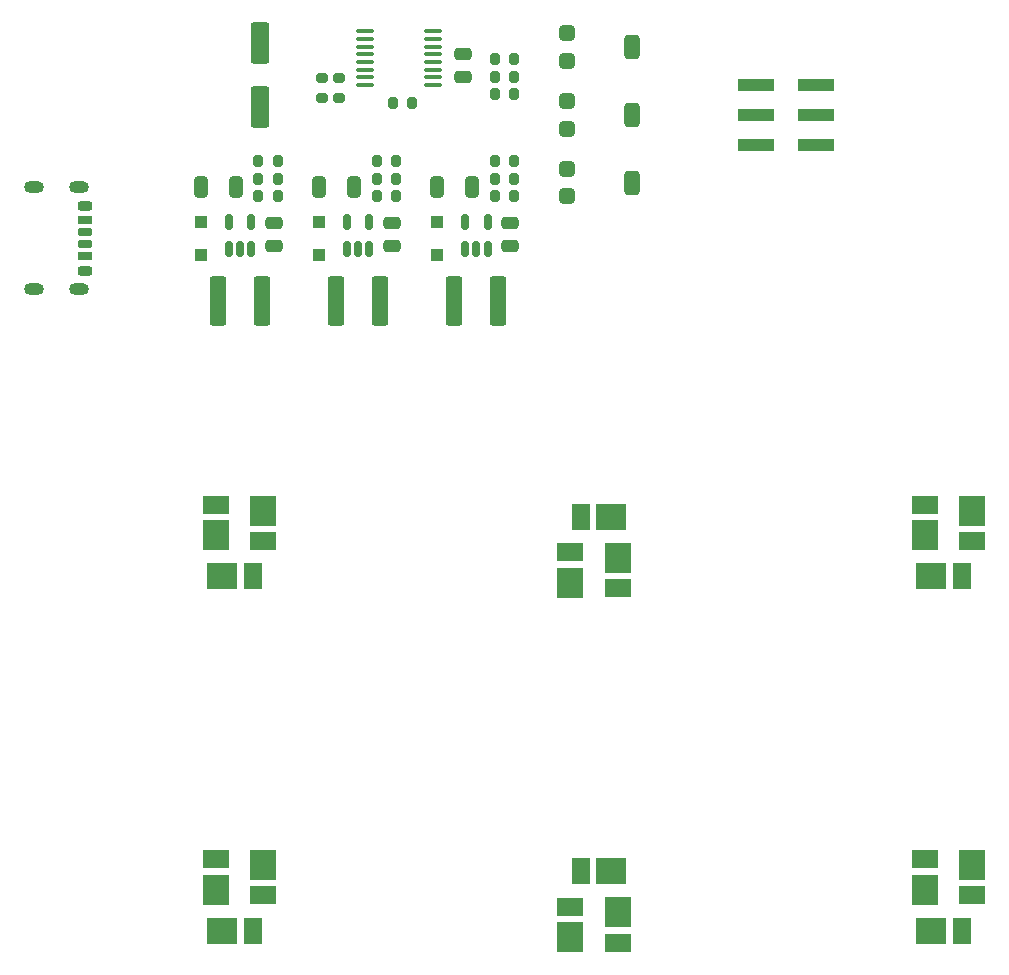
<source format=gtp>
G04 #@! TF.GenerationSoftware,KiCad,Pcbnew,9.0.1-rc2*
G04 #@! TF.CreationDate,2025-03-29T14:30:59-07:00*
G04 #@! TF.ProjectId,backlight,6261636b-6c69-4676-9874-2e6b69636164,rev?*
G04 #@! TF.SameCoordinates,Original*
G04 #@! TF.FileFunction,Paste,Top*
G04 #@! TF.FilePolarity,Positive*
%FSLAX46Y46*%
G04 Gerber Fmt 4.6, Leading zero omitted, Abs format (unit mm)*
G04 Created by KiCad (PCBNEW 9.0.1-rc2) date 2025-03-29 14:30:59*
%MOMM*%
%LPD*%
G01*
G04 APERTURE LIST*
G04 Aperture macros list*
%AMRoundRect*
0 Rectangle with rounded corners*
0 $1 Rounding radius*
0 $2 $3 $4 $5 $6 $7 $8 $9 X,Y pos of 4 corners*
0 Add a 4 corners polygon primitive as box body*
4,1,4,$2,$3,$4,$5,$6,$7,$8,$9,$2,$3,0*
0 Add four circle primitives for the rounded corners*
1,1,$1+$1,$2,$3*
1,1,$1+$1,$4,$5*
1,1,$1+$1,$6,$7*
1,1,$1+$1,$8,$9*
0 Add four rect primitives between the rounded corners*
20,1,$1+$1,$2,$3,$4,$5,0*
20,1,$1+$1,$4,$5,$6,$7,0*
20,1,$1+$1,$6,$7,$8,$9,0*
20,1,$1+$1,$8,$9,$2,$3,0*%
G04 Aperture macros list end*
%ADD10R,2.200000X1.550000*%
%ADD11R,2.200000X2.500000*%
%ADD12R,1.550000X2.200000*%
%ADD13R,2.500000X2.200000*%
%ADD14RoundRect,0.250000X0.550000X-1.500000X0.550000X1.500000X-0.550000X1.500000X-0.550000X-1.500000X0*%
%ADD15R,3.150000X1.000000*%
%ADD16RoundRect,0.150000X0.150000X-0.512500X0.150000X0.512500X-0.150000X0.512500X-0.150000X-0.512500X0*%
%ADD17RoundRect,0.100000X0.637500X0.100000X-0.637500X0.100000X-0.637500X-0.100000X0.637500X-0.100000X0*%
%ADD18O,1.700000X1.000000*%
%ADD19RoundRect,0.200000X-0.400000X0.200000X-0.400000X-0.200000X0.400000X-0.200000X0.400000X0.200000X0*%
%ADD20RoundRect,0.190000X-0.410000X0.190000X-0.410000X-0.190000X0.410000X-0.190000X0.410000X0.190000X0*%
%ADD21RoundRect,0.175000X0.425000X-0.175000X0.425000X0.175000X-0.425000X0.175000X-0.425000X-0.175000X0*%
%ADD22RoundRect,0.200000X0.400000X-0.200000X0.400000X0.200000X-0.400000X0.200000X-0.400000X-0.200000X0*%
%ADD23RoundRect,0.190000X0.410000X-0.190000X0.410000X0.190000X-0.410000X0.190000X-0.410000X-0.190000X0*%
%ADD24RoundRect,0.175000X-0.425000X0.175000X-0.425000X-0.175000X0.425000X-0.175000X0.425000X0.175000X0*%
%ADD25RoundRect,0.200000X-0.200000X-0.275000X0.200000X-0.275000X0.200000X0.275000X-0.200000X0.275000X0*%
%ADD26RoundRect,0.250000X-0.325000X-0.650000X0.325000X-0.650000X0.325000X0.650000X-0.325000X0.650000X0*%
%ADD27RoundRect,0.250000X-0.475000X0.250000X-0.475000X-0.250000X0.475000X-0.250000X0.475000X0.250000X0*%
%ADD28RoundRect,0.250000X-0.300000X0.300000X-0.300000X-0.300000X0.300000X-0.300000X0.300000X0.300000X0*%
%ADD29RoundRect,0.200000X0.200000X0.275000X-0.200000X0.275000X-0.200000X-0.275000X0.200000X-0.275000X0*%
%ADD30RoundRect,0.249999X0.450001X1.850001X-0.450001X1.850001X-0.450001X-1.850001X0.450001X-1.850001X0*%
%ADD31RoundRect,0.250000X0.400000X-0.400000X0.400000X0.400000X-0.400000X0.400000X-0.400000X-0.400000X0*%
%ADD32RoundRect,0.250000X0.400000X-0.750000X0.400000X0.750000X-0.400000X0.750000X-0.400000X-0.750000X0*%
%ADD33RoundRect,0.200000X-0.275000X0.200000X-0.275000X-0.200000X0.275000X-0.200000X0.275000X0.200000X0*%
G04 APERTURE END LIST*
D10*
X104000000Y-131525000D03*
D11*
X104000000Y-128950000D03*
D10*
X130000002Y-132475000D03*
D11*
X130000002Y-135050000D03*
D10*
X164000000Y-101525000D03*
D11*
X164000000Y-98950000D03*
D10*
X104000000Y-101525000D03*
D11*
X104000000Y-98950000D03*
D10*
X130000001Y-102474999D03*
D11*
X130000001Y-105049999D03*
D10*
X164000000Y-131525000D03*
D11*
X164000000Y-128950000D03*
D12*
X130875002Y-129500000D03*
D13*
X133450002Y-129500000D03*
D12*
X163125000Y-134500000D03*
D13*
X160550000Y-134500000D03*
D10*
X100000000Y-98475000D03*
D11*
X100000000Y-101050000D03*
D12*
X163125000Y-104500000D03*
D13*
X160550000Y-104500000D03*
D12*
X130875001Y-99499999D03*
D13*
X133450001Y-99499999D03*
D10*
X133999999Y-105524999D03*
D11*
X133999999Y-102949999D03*
D10*
X160000000Y-98475000D03*
D11*
X160000000Y-101050000D03*
D10*
X160000000Y-128475000D03*
D11*
X160000000Y-131050000D03*
D12*
X103125000Y-104500000D03*
D13*
X100550000Y-104500000D03*
D12*
X103125000Y-134500000D03*
D13*
X100550000Y-134500000D03*
D10*
X100000000Y-128475000D03*
D11*
X100000000Y-131050000D03*
D10*
X134000000Y-135525000D03*
D11*
X134000000Y-132950000D03*
D14*
X103750000Y-59387500D03*
X103750000Y-64787500D03*
D15*
X145712500Y-62910000D03*
X150762500Y-62910000D03*
X145712500Y-65450000D03*
X150762500Y-65450000D03*
X145712500Y-67990000D03*
X150762500Y-67990000D03*
D16*
X121093750Y-74487500D03*
X122993750Y-74487500D03*
X122993750Y-76762500D03*
X122043750Y-76762500D03*
X121093750Y-76762500D03*
X101093750Y-74487500D03*
X102993750Y-74487500D03*
X102993750Y-76762500D03*
X102043750Y-76762500D03*
X101093750Y-76762500D03*
X111093750Y-74487500D03*
X112993750Y-74487500D03*
X112993750Y-76762500D03*
X112043750Y-76762500D03*
X111093750Y-76762500D03*
D17*
X112649999Y-62912500D03*
X112649999Y-62262500D03*
X112649999Y-61612500D03*
X112649999Y-60962500D03*
X112649999Y-60312500D03*
X112649999Y-59662500D03*
X112649999Y-59012500D03*
X112649999Y-58362500D03*
X118374999Y-58362500D03*
X118374999Y-59012500D03*
X118374999Y-59662500D03*
X118374999Y-60312500D03*
X118374999Y-60962500D03*
X118374999Y-61612500D03*
X118374999Y-62262500D03*
X118374999Y-62912500D03*
D18*
X84600000Y-80220000D03*
X88400000Y-80220000D03*
X84600000Y-71580000D03*
X88400000Y-71580000D03*
D19*
X88900000Y-73150000D03*
D20*
X88900000Y-74380000D03*
D21*
X88899999Y-76400000D03*
D22*
X88900000Y-78650000D03*
D23*
X88900000Y-77420000D03*
D24*
X88899999Y-75400000D03*
D25*
X115243750Y-72350002D03*
X113593750Y-72350002D03*
X125250000Y-62200000D03*
X123600000Y-62200000D03*
D26*
X121693750Y-71587500D03*
X118743750Y-71587500D03*
D25*
X125243750Y-70850000D03*
X123593750Y-70850000D03*
X115243749Y-70850002D03*
X113593749Y-70850002D03*
D27*
X120887499Y-62212498D03*
X120887499Y-60312500D03*
D28*
X98743750Y-77300000D03*
X98743750Y-74500000D03*
D27*
X124893750Y-76537500D03*
X124893750Y-74637500D03*
X104893750Y-76537500D03*
X104893750Y-74637500D03*
D25*
X105243750Y-70850000D03*
X103593750Y-70850000D03*
D26*
X101693750Y-71587500D03*
X98743750Y-71587500D03*
D28*
X118743750Y-77300000D03*
X118743750Y-74500000D03*
X108743750Y-77300000D03*
X108743750Y-74500000D03*
D25*
X105243750Y-69350000D03*
X103593750Y-69350000D03*
X115243750Y-69350000D03*
X113593750Y-69350000D03*
X125250000Y-63700000D03*
X123600000Y-63700000D03*
D27*
X114893750Y-76537500D03*
X114893750Y-74637500D03*
D25*
X105243750Y-72350000D03*
X103593750Y-72350000D03*
D29*
X114987500Y-64437498D03*
X116637500Y-64437498D03*
D30*
X100193750Y-81237500D03*
X103893750Y-81237500D03*
D26*
X111693750Y-71587500D03*
X108743750Y-71587500D03*
D30*
X120193750Y-81237500D03*
X123893750Y-81237500D03*
D31*
X129737500Y-60850000D03*
D32*
X135237500Y-59700000D03*
D31*
X129737500Y-58550000D03*
X129737500Y-64300000D03*
D32*
X135237500Y-65450000D03*
D31*
X129737500Y-66600000D03*
D33*
X110425000Y-63987500D03*
X110425000Y-62337500D03*
D25*
X125243750Y-72339998D03*
X123593750Y-72339998D03*
X125243750Y-69350000D03*
X123593750Y-69350000D03*
X125250000Y-60700000D03*
X123600000Y-60700000D03*
D31*
X129737500Y-72350000D03*
D32*
X135237500Y-71200000D03*
D31*
X129737500Y-70050000D03*
D33*
X108950000Y-63987500D03*
X108950000Y-62337500D03*
D30*
X110193750Y-81237500D03*
X113893750Y-81237500D03*
M02*

</source>
